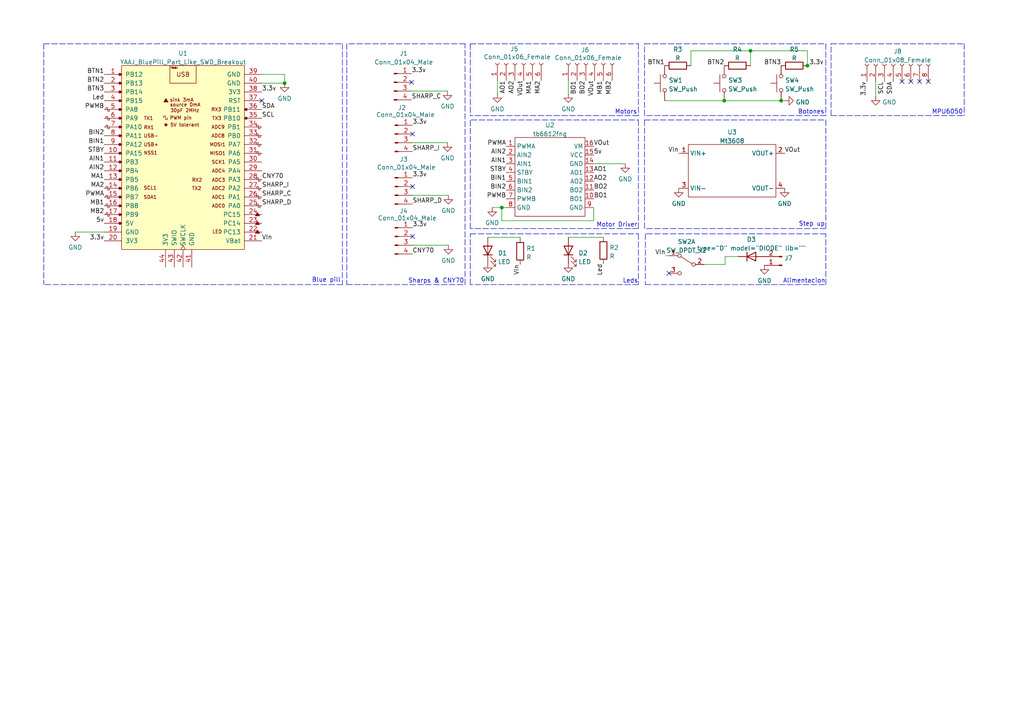
<source format=kicad_sch>
(kicad_sch (version 20211123) (generator eeschema)
  (paper "A4")
  (lib_symbols
    (symbol "Connector:Conn_01x02_Male" (pin_names (offset 1.016) hide)
      (property "Reference" "J" (at 0 2.54 0))
      (property "Value" "Conn_01x02_Male" (at 0 -5.08 0))
      (symbol "Conn_01x02_Male_1_1"
        (polyline (pts (xy 1.27 -2.54) (xy 0.8636 -2.54)) (stroke (width 0.1524)))
        (polyline (pts (xy 1.27 0) (xy 0.8636 0)) (stroke (width 0.1524)))
        (rectangle (start 0.8636 -2.413) (end 0 -2.667) (stroke (width 0.1524)) (fill (type outline)))
        (rectangle (start 0.8636 0.127) (end 0 -0.127) (stroke (width 0.1524)) (fill (type outline)))
        (pin passive line (at 5.08 0 180) (length 3.81) (name "Pin_1") (number "1"))
        (pin passive line (at 5.08 -2.54 180) (length 3.81) (name "Pin_2") (number "2"))
      )
    )
    (symbol "Connector:Conn_01x04_Male" (pin_names (offset 1.016) hide)
      (property "Reference" "J" (at 0 5.08 0))
      (property "Value" "Conn_01x04_Male" (at 0 -7.62 0))
      (symbol "Conn_01x04_Male_1_1"
        (polyline (pts (xy 1.27 -5.08) (xy 0.8636 -5.08)) (stroke (width 0.1524)))
        (polyline (pts (xy 1.27 -2.54) (xy 0.8636 -2.54)) (stroke (width 0.1524)))
        (polyline (pts (xy 1.27 0) (xy 0.8636 0)) (stroke (width 0.1524)))
        (polyline (pts (xy 1.27 2.54) (xy 0.8636 2.54)) (stroke (width 0.1524)))
        (rectangle (start 0.8636 -4.953) (end 0 -5.207) (stroke (width 0.1524)) (fill (type outline)))
        (rectangle (start 0.8636 -2.413) (end 0 -2.667) (stroke (width 0.1524)) (fill (type outline)))
        (rectangle (start 0.8636 0.127) (end 0 -0.127) (stroke (width 0.1524)) (fill (type outline)))
        (rectangle (start 0.8636 2.667) (end 0 2.413) (stroke (width 0.1524)) (fill (type outline)))
        (pin passive line (at 5.08 2.54 180) (length 3.81) (name "Pin_1") (number "1"))
        (pin passive line (at 5.08 0 180) (length 3.81) (name "Pin_2") (number "2"))
        (pin passive line (at 5.08 -2.54 180) (length 3.81) (name "Pin_3") (number "3"))
        (pin passive line (at 5.08 -5.08 180) (length 3.81) (name "Pin_4") (number "4"))
      )
    )
    (symbol "Connector:Conn_01x06_Female" (pin_names (offset 1.016) hide)
      (property "Reference" "J" (at 0 7.62 0))
      (property "Value" "Conn_01x06_Female" (at 0 -10.16 0))
      (symbol "Conn_01x06_Female_1_1"
        (arc (start 0 -7.112) (mid -0.508 -7.62) (end 0 -8.128) (stroke (width 0.1524)))
        (arc (start 0 -4.572) (mid -0.508 -5.08) (end 0 -5.588) (stroke (width 0.1524)))
        (arc (start 0 -2.032) (mid -0.508 -2.54) (end 0 -3.048) (stroke (width 0.1524)))
        (polyline (pts (xy -1.27 -7.62) (xy -0.508 -7.62)) (stroke (width 0.1524)))
        (polyline (pts (xy -1.27 -5.08) (xy -0.508 -5.08)) (stroke (width 0.1524)))
        (polyline (pts (xy -1.27 -2.54) (xy -0.508 -2.54)) (stroke (width 0.1524)))
        (polyline (pts (xy -1.27 0) (xy -0.508 0)) (stroke (width 0.1524)))
        (polyline (pts (xy -1.27 2.54) (xy -0.508 2.54)) (stroke (width 0.1524)))
        (polyline (pts (xy -1.27 5.08) (xy -0.508 5.08)) (stroke (width 0.1524)))
        (arc (start 0 0.508) (mid -0.508 0) (end 0 -0.508) (stroke (width 0.1524)))
        (arc (start 0 3.048) (mid -0.508 2.54) (end 0 2.032) (stroke (width 0.1524)))
        (arc (start 0 5.588) (mid -0.508 5.08) (end 0 4.572) (stroke (width 0.1524)))
        (pin passive line (at -5.08 5.08 0) (length 3.81) (name "Pin_1") (number "1"))
        (pin passive line (at -5.08 2.54 0) (length 3.81) (name "Pin_2") (number "2"))
        (pin passive line (at -5.08 0 0) (length 3.81) (name "Pin_3") (number "3"))
        (pin passive line (at -5.08 -2.54 0) (length 3.81) (name "Pin_4") (number "4"))
        (pin passive line (at -5.08 -5.08 0) (length 3.81) (name "Pin_5") (number "5"))
        (pin passive line (at -5.08 -7.62 0) (length 3.81) (name "Pin_6") (number "6"))
      )
    )
    (symbol "Connector:Conn_01x08_Female" (pin_names (offset 1.016) hide)
      (property "Reference" "J" (at 0 10.16 0))
      (property "Value" "Conn_01x08_Female" (at 0 -12.7 0))
      (symbol "Conn_01x08_Female_1_1"
        (arc (start 0 -9.652) (mid -0.508 -10.16) (end 0 -10.668) (stroke (width 0.1524)))
        (arc (start 0 -7.112) (mid -0.508 -7.62) (end 0 -8.128) (stroke (width 0.1524)))
        (arc (start 0 -4.572) (mid -0.508 -5.08) (end 0 -5.588) (stroke (width 0.1524)))
        (arc (start 0 -2.032) (mid -0.508 -2.54) (end 0 -3.048) (stroke (width 0.1524)))
        (polyline (pts (xy -1.27 -10.16) (xy -0.508 -10.16)) (stroke (width 0.1524)))
        (polyline (pts (xy -1.27 -7.62) (xy -0.508 -7.62)) (stroke (width 0.1524)))
        (polyline (pts (xy -1.27 -5.08) (xy -0.508 -5.08)) (stroke (width 0.1524)))
        (polyline (pts (xy -1.27 -2.54) (xy -0.508 -2.54)) (stroke (width 0.1524)))
        (polyline (pts (xy -1.27 0) (xy -0.508 0)) (stroke (width 0.1524)))
        (polyline (pts (xy -1.27 2.54) (xy -0.508 2.54)) (stroke (width 0.1524)))
        (polyline (pts (xy -1.27 5.08) (xy -0.508 5.08)) (stroke (width 0.1524)))
        (polyline (pts (xy -1.27 7.62) (xy -0.508 7.62)) (stroke (width 0.1524)))
        (arc (start 0 0.508) (mid -0.508 0) (end 0 -0.508) (stroke (width 0.1524)))
        (arc (start 0 3.048) (mid -0.508 2.54) (end 0 2.032) (stroke (width 0.1524)))
        (arc (start 0 5.588) (mid -0.508 5.08) (end 0 4.572) (stroke (width 0.1524)))
        (arc (start 0 8.128) (mid -0.508 7.62) (end 0 7.112) (stroke (width 0.1524)))
        (pin passive line (at -5.08 7.62 0) (length 3.81) (name "Pin_1") (number "1"))
        (pin passive line (at -5.08 5.08 0) (length 3.81) (name "Pin_2") (number "2"))
        (pin passive line (at -5.08 2.54 0) (length 3.81) (name "Pin_3") (number "3"))
        (pin passive line (at -5.08 0 0) (length 3.81) (name "Pin_4") (number "4"))
        (pin passive line (at -5.08 -2.54 0) (length 3.81) (name "Pin_5") (number "5"))
        (pin passive line (at -5.08 -5.08 0) (length 3.81) (name "Pin_6") (number "6"))
        (pin passive line (at -5.08 -7.62 0) (length 3.81) (name "Pin_7") (number "7"))
        (pin passive line (at -5.08 -10.16 0) (length 3.81) (name "Pin_8") (number "8"))
      )
    )
    (symbol "Device:LED" (pin_numbers hide) (pin_names (offset 1.016) hide)
      (property "Reference" "D" (at 0 2.54 0))
      (property "Value" "LED" (at 0 -2.54 0))
      (symbol "LED_0_1"
        (polyline (pts (xy -1.27 -1.27) (xy -1.27 1.27)) (stroke (width 0.254)))
        (polyline (pts (xy -1.27 0) (xy 1.27 0)))
        (polyline (pts (xy 1.27 -1.27) (xy 1.27 1.27) (xy -1.27 0) (xy 1.27 -1.27)) (stroke (width 0.254)))
        (polyline (pts (xy -3.048 -0.762) (xy -4.572 -2.286) (xy -3.81 -2.286) (xy -4.572 -2.286) (xy -4.572 -1.524)))
        (polyline (pts (xy -1.778 -0.762) (xy -3.302 -2.286) (xy -2.54 -2.286) (xy -3.302 -2.286) (xy -3.302 -1.524)))
      )
      (symbol "LED_1_1"
        (pin passive line (at -3.81 0 0) (length 2.54) (name "K") (number "1"))
        (pin passive line (at 3.81 0 180) (length 2.54) (name "A") (number "2"))
      )
    )
    (symbol "Device:R" (pin_numbers hide) (pin_names (offset 0))
      (property "Reference" "R" (at 2.032 0 90))
      (property "Value" "R" (at 0 0 90))
      (symbol "R_0_1"
        (rectangle (start -1.016 -2.54) (end 1.016 2.54) (stroke (width 0.254)))
      )
      (symbol "R_1_1"
        (pin passive line (at 0 3.81 270) (length 1.27) (name "~") (number "1"))
        (pin passive line (at 0 -3.81 90) (length 1.27) (name "~") (number "2"))
      )
    )
    (symbol "Simulation_SPICE:DIODE" (pin_numbers hide) (pin_names (offset 1.016) hide)
      (property "Reference" "D" (at 0 2.54 0))
      (property "Value" "DIODE" (at 0 -2.54 0))
      (symbol "DIODE_0_1"
        (polyline (pts (xy 1.27 0) (xy -1.27 0)))
        (polyline (pts (xy 1.27 1.27) (xy 1.27 -1.27)) (stroke (width 0.254)))
        (polyline (pts (xy -1.27 -1.27) (xy -1.27 1.27) (xy 1.27 0) (xy -1.27 -1.27)) (stroke (width 0.254)))
      )
      (symbol "DIODE_1_1"
        (pin passive line (at -3.81 0 0) (length 2.54) (name "A") (number "1"))
        (pin passive line (at 3.81 0 180) (length 2.54) (name "K") (number "2"))
      )
    )
    (symbol "Switch:SW_DPDT_x2" (pin_names (offset 0) hide)
      (property "Reference" "SW" (at 0 4.318 0))
      (property "Value" "SW_DPDT_x2" (at 0 -5.08 0))
      (symbol "SW_DPDT_x2_0_0"
        (circle (center -2.032 0) (radius 0.508))
        (circle (center 2.032 -2.54) (radius 0.508))
      )
      (symbol "SW_DPDT_x2_0_1"
        (polyline (pts (xy -1.524 0.254) (xy 1.651 2.286)))
        (circle (center 2.032 2.54) (radius 0.508))
      )
      (symbol "SW_DPDT_x2_1_1"
        (pin passive line (at 5.08 2.54 180) (length 2.54) (name "A") (number "1"))
        (pin passive line (at -5.08 0 0) (length 2.54) (name "B") (number "2"))
        (pin passive line (at 5.08 -2.54 180) (length 2.54) (name "C") (number "3"))
      )
      (symbol "SW_DPDT_x2_2_1"
        (pin passive line (at 5.08 2.54 180) (length 2.54) (name "A") (number "4"))
        (pin passive line (at -5.08 0 0) (length 2.54) (name "B") (number "5"))
        (pin passive line (at 5.08 -2.54 180) (length 2.54) (name "C") (number "6"))
      )
    )
    (symbol "Switch:SW_Push" (pin_numbers hide) (pin_names (offset 1.016) hide)
      (property "Reference" "SW" (at 1.27 2.54 0))
      (property "Value" "SW_Push" (at 0 -1.524 0))
      (symbol "SW_Push_0_1"
        (circle (center -2.032 0) (radius 0.508))
        (polyline (pts (xy 0 1.27) (xy 0 3.048)))
        (polyline (pts (xy 2.54 1.27) (xy -2.54 1.27)))
        (circle (center 2.032 0) (radius 0.508))
        (pin passive line (at -5.08 0 0) (length 2.54) (name "1") (number "1"))
        (pin passive line (at 5.08 0 180) (length 2.54) (name "2") (number "2"))
      )
    )
    (symbol "YAAJ_BluePill_Part_Like_SWD_Breakout:YAAJ_BluePill_Part_Like_SWD_Breakout" (pin_names (offset 1.016))
      (property "Reference" "U" (at -15.24 27.94 0))
      (property "Value" "YAAJ_BluePill_Part_Like_SWD_Breakout" (at 20.32 27.94 0))
      (symbol "YAAJ_BluePill_Part_Like_SWD_Breakout_0_0"
        (circle (center -18.288 -20.32) (radius 0.3556) (fill (type outline)))
        (circle (center -18.288 -17.78) (radius 0.3556) (fill (type outline)))
        (circle (center -18.288 -15.24) (radius 0.3556) (fill (type outline)))
        (circle (center -18.288 -12.7) (radius 0.3556) (fill (type outline)))
        (circle (center -18.288 -10.16) (radius 0.3556) (fill (type outline)))
        (circle (center -18.288 -7.62) (radius 0.3556) (fill (type outline)))
        (circle (center -18.288 -5.08) (radius 0.3556) (fill (type outline)))
        (circle (center -18.288 -2.54) (radius 0.3556) (fill (type outline)))
        (circle (center -18.288 0) (radius 0.3556) (fill (type outline)))
        (circle (center -18.288 2.54) (radius 0.3556) (fill (type outline)))
        (circle (center -18.288 5.08) (radius 0.3556) (fill (type outline)))
        (circle (center -18.288 7.62) (radius 0.3556) (fill (type outline)))
        (circle (center -18.288 10.16) (radius 0.3556) (fill (type outline)))
        (circle (center -18.288 12.7) (radius 0.3556) (fill (type outline)))
        (circle (center -18.288 15.24) (radius 0.3556) (fill (type outline)))
        (circle (center -18.288 17.78) (radius 0.3556) (fill (type outline)))
        (circle (center -18.288 22.86) (radius 0.3556) (fill (type outline)))
        (circle (center -4.953 8.255) (radius 0.127) (fill (type outline)))
        (circle (center -4.953 8.255) (radius 0.254))
        (circle (center -4.953 8.255) (radius 0.3556))
        (polyline (pts (xy -5.588 14.859) (xy -4.953 15.875) (xy -4.318 14.859) (xy -5.588 14.859) (xy -4.953 15.748) (xy -4.445 14.859) (xy -5.461 14.986) (xy -4.953 15.621) (xy -4.572 14.859) (xy -5.334 15.113) (xy -4.826 15.494) (xy -4.699 14.859) (xy -5.207 15.24) (xy -4.699 15.367) (xy -4.826 14.986) (xy -5.08 15.24) (xy -4.826 15.113) (xy -4.953 15.367)))
        (polyline (pts (xy 20.955 -23.241) (xy 21.59 -22.225) (xy 22.225 -23.241) (xy 20.955 -23.241) (xy 21.59 -22.352) (xy 22.098 -23.241) (xy 21.082 -23.114) (xy 21.59 -22.479) (xy 21.971 -23.241) (xy 21.209 -22.987) (xy 21.717 -22.606) (xy 21.844 -23.241) (xy 21.336 -22.86) (xy 21.844 -22.733) (xy 21.717 -23.114) (xy 21.463 -22.86) (xy 21.717 -22.987) (xy 21.59 -22.733)))
        (polyline (pts (xy 20.955 -20.701) (xy 21.59 -19.685) (xy 22.225 -20.701) (xy 20.955 -20.701) (xy 21.59 -19.812) (xy 22.098 -20.701) (xy 21.082 -20.574) (xy 21.59 -19.939) (xy 21.971 -20.701) (xy 21.209 -20.447) (xy 21.717 -20.066) (xy 21.844 -20.701) (xy 21.336 -20.32) (xy 21.844 -20.193) (xy 21.717 -20.574) (xy 21.463 -20.32) (xy 21.717 -20.447) (xy 21.59 -20.193)))
        (polyline (pts (xy 20.955 -18.161) (xy 21.59 -17.145) (xy 22.225 -18.161) (xy 20.955 -18.161) (xy 21.59 -17.272) (xy 22.098 -18.161) (xy 21.082 -18.034) (xy 21.59 -17.399) (xy 21.971 -18.161) (xy 21.209 -17.907) (xy 21.717 -17.526) (xy 21.844 -18.161) (xy 21.336 -17.78) (xy 21.844 -17.653) (xy 21.717 -18.034) (xy 21.463 -17.78) (xy 21.717 -17.907) (xy 21.59 -17.653)))
        (circle (center 18.288 10.16) (radius 0.254) (fill (type outline)))
        (circle (center 18.288 10.16) (radius 0.3556))
        (circle (center 18.288 12.7) (radius 0.254) (fill (type outline)))
        (circle (center 18.288 12.7) (radius 0.3556))
        (text "30pF 2MHz" (at 0.508 12.446 0) (effects (font (size 0.9906 0.9906))))
        (text "5V tolerant" (at 0.508 8.255 0) (effects (font (size 0.9906 0.9906))))
        (text "ADC0" (at 10.287 -15.24 0) (effects (font (size 0.9906 0.9906))))
        (text "ADC1" (at 10.287 -12.7 0) (effects (font (size 0.9906 0.9906))))
        (text "ADC2" (at 10.287 -10.16 0) (effects (font (size 0.9906 0.9906))))
        (text "ADC3" (at 10.287 -7.747 0) (effects (font (size 0.9906 0.9906))))
        (text "ADC4" (at 10.287 -5.08 0) (effects (font (size 0.9906 0.9906))))
        (text "ADC8" (at 10.16 5.08 0) (effects (font (size 0.9906 0.9906))))
        (text "ADC9" (at 10.16 7.62 0) (effects (font (size 0.9906 0.9906))))
        (text "LED" (at 9.906 -22.733 0) (effects (font (size 0.9906 0.9906))))
        (text "MISO1" (at 10.033 0 0) (effects (font (size 0.9906 0.9906))))
        (text "MOSI1" (at 10.033 2.54 0) (effects (font (size 0.9906 0.9906))))
        (text "NSS1" (at -9.398 0.127 0) (effects (font (size 0.9906 0.9906))))
        (text "PWM pin" (at -0.635 10.287 0) (effects (font (size 0.9906 0.9906))))
        (text "RX1" (at -9.906 7.493 0) (effects (font (size 0.9906 0.9906))))
        (text "RX2" (at 4.064 -7.747 0) (effects (font (size 0.9906 0.9906))))
        (text "RX3" (at 9.652 12.7 0) (effects (font (size 0.9906 0.9906))))
        (text "SCK1" (at 10.287 -2.54 0) (effects (font (size 0.9906 0.9906))))
        (text "SCL1" (at -9.525 -10.033 0) (effects (font (size 0.9906 0.9906))))
        (text "SDA1" (at -9.525 -12.7 0) (effects (font (size 0.9906 0.9906))))
        (text "sink 3mA" (at -0.381 15.494 0) (effects (font (size 0.9906 0.9906))))
        (text "source 0mA" (at 0.635 14.097 0) (effects (font (size 0.9906 0.9906))))
        (text "TX1" (at -10.033 10.16 0) (effects (font (size 0.9906 0.9906))))
        (text "TX2" (at 3.937 -10.16 0) (effects (font (size 0.9906 0.9906))))
        (text "TX3" (at 9.779 10.16 0) (effects (font (size 0.9906 0.9906))))
        (text "USB" (at 0 22.86 0) (effects (font (size 1.27 1.27))))
        (text "USB+" (at -9.271 2.54 0) (effects (font (size 0.9906 0.9906))))
        (text "USB-" (at -9.271 5.08 0) (effects (font (size 0.9906 0.9906))))
        (text "Y@@J" (at -2.5654 24.8412 0) (effects (font (size 0.508 0.508))))
      )
      (symbol "YAAJ_BluePill_Part_Like_SWD_Breakout_0_1"
        (rectangle (start -17.78 25.4) (end 17.78 -27.94) (fill (type background)))
        (polyline (pts (xy -21.336 -17.78) (xy -21.336 -18.288) (xy -21.844 -18.288) (xy -21.844 -17.272) (xy -22.352 -17.272) (xy -22.352 -17.78)))
        (polyline (pts (xy -21.336 -15.24) (xy -21.336 -15.748) (xy -21.844 -15.748) (xy -21.844 -14.732) (xy -22.352 -14.732) (xy -22.352 -15.24)))
        (polyline (pts (xy -21.336 -12.7) (xy -21.336 -13.208) (xy -21.844 -13.208) (xy -21.844 -12.192) (xy -22.352 -12.192) (xy -22.352 -12.7)))
        (polyline (pts (xy -21.336 -10.16) (xy -21.336 -10.668) (xy -21.844 -10.668) (xy -21.844 -9.652) (xy -22.352 -9.652) (xy -22.352 -10.16)))
        (polyline (pts (xy -21.336 7.62) (xy -21.336 7.112) (xy -21.844 7.112) (xy -21.844 8.128) (xy -22.352 8.128) (xy -22.352 7.62)))
        (polyline (pts (xy -21.336 10.16) (xy -21.336 9.652) (xy -21.844 9.652) (xy -21.844 10.668) (xy -22.352 10.668) (xy -22.352 10.16)))
        (polyline (pts (xy -21.336 12.7) (xy -21.336 12.192) (xy -21.844 12.192) (xy -21.844 13.208) (xy -22.352 13.208) (xy -22.352 12.7)))
        (polyline (pts (xy -4.572 10.287) (xy -4.572 9.779) (xy -5.08 9.779) (xy -5.08 10.795) (xy -5.588 10.795) (xy -5.588 10.287)))
        (polyline (pts (xy 22.352 -15.24) (xy 22.352 -15.748) (xy 21.844 -15.748) (xy 21.844 -14.732) (xy 21.336 -14.732) (xy 21.336 -15.24)))
        (polyline (pts (xy 22.352 -12.7) (xy 22.352 -13.208) (xy 21.844 -13.208) (xy 21.844 -12.192) (xy 21.336 -12.192) (xy 21.336 -12.7)))
        (polyline (pts (xy 22.352 -10.16) (xy 22.352 -10.668) (xy 21.844 -10.668) (xy 21.844 -9.652) (xy 21.336 -9.652) (xy 21.336 -10.16)))
        (polyline (pts (xy 22.352 -7.62) (xy 22.352 -8.128) (xy 21.844 -8.128) (xy 21.844 -7.112) (xy 21.336 -7.112) (xy 21.336 -7.62)))
        (polyline (pts (xy 22.352 0) (xy 22.352 -0.508) (xy 21.844 -0.508) (xy 21.844 0.508) (xy 21.336 0.508) (xy 21.336 0)))
        (polyline (pts (xy 22.352 2.54) (xy 22.352 2.032) (xy 21.844 2.032) (xy 21.844 3.048) (xy 21.336 3.048) (xy 21.336 2.54)))
        (polyline (pts (xy 22.352 5.08) (xy 22.352 4.572) (xy 21.844 4.572) (xy 21.844 5.588) (xy 21.336 5.588) (xy 21.336 5.08)))
        (polyline (pts (xy 22.352 7.62) (xy 22.352 7.112) (xy 21.844 7.112) (xy 21.844 8.128) (xy 21.336 8.128) (xy 21.336 7.62)))
        (rectangle (start 3.81 25.4) (end -3.81 20.32))
      )
      (symbol "YAAJ_BluePill_Part_Like_SWD_Breakout_1_1"
        (circle (center -18.288 20.32) (radius 0.3556) (fill (type outline)))
        (pin bidirectional line (at -22.86 22.86 0) (length 5.08) (name "PB12") (number "1"))
        (pin bidirectional line (at -22.86 0 0) (length 5.08) (name "PA15") (number "10"))
        (pin bidirectional line (at -22.86 -2.54 0) (length 5.08) (name "PB3") (number "11"))
        (pin bidirectional line (at -22.86 -5.08 0) (length 5.08) (name "PB4") (number "12"))
        (pin bidirectional line (at -22.86 -7.62 0) (length 5.08) (name "PB5") (number "13"))
        (pin bidirectional line (at -22.86 -10.16 0) (length 5.08) (name "PB6") (number "14"))
        (pin bidirectional line (at -22.86 -12.7 0) (length 5.08) (name "PB7") (number "15"))
        (pin bidirectional line (at -22.86 -15.24 0) (length 5.08) (name "PB8") (number "16"))
        (pin bidirectional line (at -22.86 -17.78 0) (length 5.08) (name "PB9") (number "17"))
        (pin power_in line (at -22.86 -20.32 0) (length 5.08) (name "5V") (number "18"))
        (pin power_in line (at -22.86 -22.86 0) (length 5.08) (name "GND") (number "19"))
        (pin bidirectional line (at -22.86 20.32 0) (length 5.08) (name "PB13") (number "2"))
        (pin power_in line (at -22.86 -25.4 0) (length 5.08) (name "3V3") (number "20"))
        (pin power_in line (at 22.86 -25.4 180) (length 5.08) (name "VBat") (number "21"))
        (pin bidirectional line (at 22.86 -22.86 180) (length 5.08) (name "PC13") (number "22"))
        (pin bidirectional line (at 22.86 -20.32 180) (length 5.08) (name "PC14") (number "23"))
        (pin bidirectional line (at 22.86 -17.78 180) (length 5.08) (name "PC15") (number "24"))
        (pin bidirectional line (at 22.86 -15.24 180) (length 5.08) (name "PA0") (number "25"))
        (pin bidirectional line (at 22.86 -12.7 180) (length 5.08) (name "PA1") (number "26"))
        (pin bidirectional line (at 22.86 -10.16 180) (length 5.08) (name "PA2") (number "27"))
        (pin bidirectional line (at 22.86 -7.62 180) (length 5.08) (name "PA3") (number "28"))
        (pin bidirectional line (at 22.86 -5.08 180) (length 5.08) (name "PA4") (number "29"))
        (pin bidirectional line (at -22.86 17.78 0) (length 5.08) (name "PB14") (number "3"))
        (pin bidirectional line (at 22.86 -2.54 180) (length 5.08) (name "PA5") (number "30"))
        (pin bidirectional line (at 22.86 0 180) (length 5.08) (name "PA6") (number "31"))
        (pin bidirectional line (at 22.86 2.54 180) (length 5.08) (name "PA7") (number "32"))
        (pin bidirectional line (at 22.86 5.08 180) (length 5.08) (name "PB0") (number "33"))
        (pin bidirectional line (at 22.86 7.62 180) (length 5.08) (name "PB1") (number "34"))
        (pin bidirectional line (at 22.86 10.16 180) (length 5.08) (name "PB10") (number "35"))
        (pin bidirectional line (at 22.86 12.7 180) (length 5.08) (name "PB11") (number "36"))
        (pin input line (at 22.86 15.24 180) (length 5.08) (name "RST") (number "37"))
        (pin power_in line (at 22.86 17.78 180) (length 5.08) (name "3V3") (number "38"))
        (pin power_in line (at 22.86 22.86 180) (length 5.08) (name "GND") (number "39"))
        (pin bidirectional line (at -22.86 15.24 0) (length 5.08) (name "PB15") (number "4"))
        (pin power_in line (at 22.86 20.32 180) (length 5.08) (name "GND") (number "40"))
        (pin power_in line (at 2.54 -33.02 90) (length 5.08) (name "GND") (number "41"))
        (pin bidirectional clock (at 0 -33.02 90) (length 5.08) (name "SWCLK") (number "42"))
        (pin bidirectional line (at -2.54 -33.02 90) (length 5.08) (name "SWIO") (number "43"))
        (pin power_in line (at -5.08 -33.02 90) (length 5.08) (name "3V3") (number "44"))
        (pin bidirectional line (at -22.86 12.7 0) (length 5.08) (name "PA8") (number "5"))
        (pin bidirectional line (at -22.86 10.16 0) (length 5.08) (name "PA9") (number "6"))
        (pin bidirectional line (at -22.86 7.62 0) (length 5.08) (name "PA10") (number "7"))
        (pin bidirectional line (at -22.86 5.08 0) (length 5.08) (name "PA11") (number "8"))
        (pin bidirectional line (at -22.86 2.54 0) (length 5.08) (name "PA12") (number "9"))
      )
    )
    (symbol "power:GND" (power) (pin_names (offset 0))
      (property "Value" "GND" (at 0 -3.81 0))
      (symbol "GND_0_1"
        (polyline (pts (xy 0 0) (xy 0 -1.27) (xy 1.27 -1.27) (xy 0 -2.54) (xy -1.27 -1.27) (xy 0 -1.27)))
      )
      (symbol "GND_1_1"
        (pin power_in line (at 0 0 270) (length 0) hide (name "GND") (number "1"))
      )
    )
    (symbol "propios:Mt3608"
      (property "Reference" "U" (at 0 0 0))
      (property "Value" "Mt3608" (at 0 0 0))
      (symbol "Mt3608_0_1"
        (rectangle (start -12.7 -2.54) (end 12.7 -17.78))
      )
      (symbol "Mt3608_1_1"
        (pin input line (at -15.24 -5.08 0) (length 2.54) (name "VIN+") (number "1"))
        (pin input line (at 15.24 -5.08 180) (length 2.54) (name "VOUT+") (number "2"))
        (pin input line (at -15.24 -15.24 0) (length 2.54) (name "VIN-") (number "3"))
        (pin input line (at 15.24 -15.24 180) (length 2.54) (name "VOUT-") (number "4"))
      )
    )
    (symbol "propios:tb6612fng"
      (property "Reference" "U" (at 0 0 0))
      (property "Value" "tb6612fng" (at 0 0 0))
      (symbol "tb6612fng_0_1"
        (rectangle (start -10.16 -2.54) (end 10.16 -25.4))
      )
      (symbol "tb6612fng_1_1"
        (pin input line (at -12.7 -5.08 0) (length 2.54) (name "PWMA") (number "1"))
        (pin input line (at 12.7 -20.32 180) (length 2.54) (name "BO1") (number "10"))
        (pin input line (at 12.7 -17.78 180) (length 2.54) (name "BO2") (number "11"))
        (pin input line (at 12.7 -15.24 180) (length 2.54) (name "AO2") (number "12"))
        (pin input line (at 12.7 -12.7 180) (length 2.54) (name "AO1") (number "13"))
        (pin input line (at 12.7 -10.16 180) (length 2.54) (name "GND") (number "14"))
        (pin input line (at 12.7 -7.62 180) (length 2.54) (name "VCC") (number "15"))
        (pin input line (at 12.7 -5.08 180) (length 2.54) (name "VM") (number "16"))
        (pin input line (at -12.7 -7.62 0) (length 2.54) (name "AIN2") (number "2"))
        (pin input line (at -12.7 -10.16 0) (length 2.54) (name "AIN1") (number "3"))
        (pin input line (at -12.7 -12.7 0) (length 2.54) (name "STBY") (number "4"))
        (pin input line (at -12.7 -15.24 0) (length 2.54) (name "BIN1") (number "5"))
        (pin input line (at -12.7 -17.78 0) (length 2.54) (name "BIN2") (number "6"))
        (pin input line (at -12.7 -20.32 0) (length 2.54) (name "PWMB") (number "7"))
        (pin input line (at -12.7 -22.86 0) (length 2.54) (name "GND") (number "8"))
        (pin input line (at 12.7 -22.86 180) (length 2.54) (name "GND") (number "9"))
      )
    )
  )
  (junction (at 210.058 29.21))
  (junction (at 217.678 14.732))
  (junction (at 226.568 29.21))
  (junction (at 82.55 24.13))
  (junction (at 234.188 19.05))
  (junction (at 145.542 60.198))
  (no_connect (at 75.946 29.21))
  (no_connect (at 194.056 79.248))
  (no_connect (at 261.62 23.622))
  (no_connect (at 264.16 23.622))
  (no_connect (at 266.7 23.622))
  (no_connect (at 269.24 23.622))
  (no_connect (at 119.38 23.876))
  (no_connect (at 119.634 68.58))
  (no_connect (at 119.634 38.862))
  (no_connect (at 119.634 54.102))
  (polyline (pts (xy 186.944 34.798) (xy 186.944 66.294)))
  (polyline (pts (xy 136.398 12.7) (xy 185.166 12.7)))
  (wire (pts (xy 192.786 29.21) (xy 210.058 29.21)))
  (polyline (pts (xy 12.7 12.7) (xy 12.7 82.55)))
  (wire (pts (xy 200.406 14.732) (xy 217.678 14.732)))
  (wire (pts (xy 30.226 67.31) (xy 21.844 67.31)))
  (polyline (pts (xy 239.522 34.798) (xy 239.522 66.294)))
  (polyline (pts (xy 134.874 82.55) (xy 134.874 12.7)))
  (wire (pts (xy 130.048 71.12) (xy 119.634 71.12)))
  (polyline (pts (xy 239.522 33.528) (xy 186.944 33.528)))
  (wire (pts (xy 82.55 21.59) (xy 82.55 24.13)))
  (polyline (pts (xy 136.652 34.798) (xy 185.166 34.798)))
  (polyline (pts (xy 185.166 66.294) (xy 136.398 66.294)))
  (polyline (pts (xy 279.654 12.7) (xy 279.654 33.528)))
  (polyline (pts (xy 185.166 82.55) (xy 136.398 82.55)))
  (wire (pts (xy 142.748 60.198) (xy 145.542 60.198)))
  (wire (pts (xy 254 27.94) (xy 254 23.622)))
  (polyline (pts (xy 136.398 12.7) (xy 136.398 33.528)))
  (polyline (pts (xy 241.046 33.528) (xy 241.046 12.7)))
  (wire (pts (xy 164.846 27.178) (xy 164.846 23.368)))
  (polyline (pts (xy 12.7 12.7) (xy 99.314 12.7)))
  (wire (pts (xy 210.312 76.708) (xy 204.216 76.708)))
  (wire (pts (xy 226.568 29.21) (xy 227.584 29.21)))
  (polyline (pts (xy 239.522 12.7) (xy 239.522 33.528)))
  (wire (pts (xy 196.85 54.61) (xy 197.104 54.61)))
  (wire (pts (xy 172.212 64.008) (xy 145.542 64.008)))
  (wire (pts (xy 210.312 74.422) (xy 210.312 76.708)))
  (polyline (pts (xy 99.314 82.55) (xy 12.7 82.55)))
  (wire (pts (xy 193.04 74.168) (xy 194.056 74.168)))
  (wire (pts (xy 145.542 60.198) (xy 146.812 60.198)))
  (polyline (pts (xy 187.198 82.55) (xy 239.522 82.55)))
  (polyline (pts (xy 187.198 67.818) (xy 187.198 82.55)))
  (wire (pts (xy 210.058 29.21) (xy 226.568 29.21)))
  (polyline (pts (xy 136.398 82.55) (xy 136.398 67.818)))
  (wire (pts (xy 234.188 14.732) (xy 234.188 19.05)))
  (wire (pts (xy 129.794 41.402) (xy 119.634 41.402)))
  (polyline (pts (xy 239.522 67.818) (xy 187.198 67.818)))
  (wire (pts (xy 196.85 44.45) (xy 197.104 44.45)))
  (wire (pts (xy 144.272 27.178) (xy 144.272 23.368)))
  (wire (pts (xy 172.212 60.198) (xy 172.212 64.008)))
  (polyline (pts (xy 100.584 12.7) (xy 100.584 82.55)))
  (polyline (pts (xy 136.398 67.818) (xy 185.166 67.818)))
  (polyline (pts (xy 241.046 33.528) (xy 279.654 33.528)))
  (wire (pts (xy 130.048 56.642) (xy 119.634 56.642)))
  (polyline (pts (xy 134.874 12.7) (xy 100.584 12.7)))
  (wire (pts (xy 217.678 14.732) (xy 234.188 14.732)))
  (wire (pts (xy 234.696 19.05) (xy 234.188 19.05)))
  (wire (pts (xy 200.406 19.05) (xy 200.406 14.732)))
  (polyline (pts (xy 185.166 67.818) (xy 185.166 82.55)))
  (polyline (pts (xy 239.522 82.55) (xy 239.522 67.818)))
  (polyline (pts (xy 186.944 12.7) (xy 239.522 12.7)))
  (wire (pts (xy 75.946 24.13) (xy 82.55 24.13)))
  (wire (pts (xy 150.876 68.834) (xy 150.876 69.088)))
  (polyline (pts (xy 239.522 66.294) (xy 186.944 66.294)))
  (polyline (pts (xy 187.198 67.818) (xy 187.198 67.818)))
  (wire (pts (xy 145.542 64.008) (xy 145.542 60.198)))
  (wire (pts (xy 217.678 19.05) (xy 217.678 14.732)))
  (polyline (pts (xy 100.584 82.55) (xy 134.874 82.55)))
  (polyline (pts (xy 185.166 33.528) (xy 136.398 33.528)))
  (wire (pts (xy 164.846 68.834) (xy 175.006 68.834)))
  (polyline (pts (xy 99.314 12.7) (xy 99.314 82.55)))
  (polyline (pts (xy 185.166 12.7) (xy 185.166 33.528)))
  (polyline (pts (xy 185.166 34.798) (xy 185.166 66.294)))
  (wire (pts (xy 129.794 26.416) (xy 119.38 26.416)))
  (polyline (pts (xy 136.398 66.294) (xy 136.398 34.798)))
  (wire (pts (xy 75.946 21.59) (xy 82.55 21.59)))
  (polyline (pts (xy 241.046 12.7) (xy 279.654 12.7)))
  (wire (pts (xy 214.122 74.422) (xy 210.312 74.422)))
  (polyline (pts (xy 186.944 34.798) (xy 239.522 34.798)))
  (wire (pts (xy 181.356 47.498) (xy 172.212 47.498)))
  (polyline (pts (xy 186.944 33.528) (xy 186.944 12.7)))
  (wire (pts (xy 141.478 68.834) (xy 150.876 68.834)))
  (text "Motor Driver\n" (at 172.974 66.04 0) (effects (font (size 1.27 1.27)) (justify left bottom)))
  (text "Step up\n" (at 231.648 65.786 0) (effects (font (size 1.27 1.27)) (justify left bottom)))
  (text "MPU6050\n" (at 270.256 33.274 0) (effects (font (size 1.27 1.27)) (justify left bottom)))
  (text "Blue pill\n" (at 90.424 82.042 0) (effects (font (size 1.27 1.27)) (justify left bottom)))
  (text "Alimentacion\n" (at 227.076 82.296 0) (effects (font (size 1.27 1.27)) (justify left bottom)))
  (text "Leds" (at 180.594 82.296 0) (effects (font (size 1.27 1.27)) (justify left bottom)))
  (text "Motors\n" (at 178.308 33.274 0) (effects (font (size 1.27 1.27)) (justify left bottom)))
  (text "Sharps & CNY70" (at 118.364 82.296 0) (effects (font (size 1.27 1.27)) (justify left bottom)))
  (text "Botones\n" (at 231.394 33.274 0) (effects (font (size 1.27 1.27)) (justify left bottom)))
  (label "SHARP_C" (at 119.38 28.956 0))
  (label "MA2" (at 156.972 23.368 270))
  (label "3.3v" (at 119.634 66.04 0))
  (label "BO2" (at 172.212 55.118 0))
  (label "VIn" (at 196.85 44.45 180))
  (label "VOut" (at 172.466 23.368 270))
  (label "VIn" (at 193.04 74.168 180))
  (label "BO2" (at 169.926 23.368 270))
  (label "MA2" (at 30.226 54.61 180))
  (label "3.3v" (at 119.634 36.322 0))
  (label "AO1" (at 172.212 50.038 0))
  (label "SDA" (at 259.08 23.622 270))
  (label "CNY70" (at 75.946 52.07 0))
  (label "MA1" (at 154.432 23.368 270))
  (label "SHARP_C" (at 75.946 57.15 0))
  (label "STBY" (at 30.226 44.45 180))
  (label "BO1" (at 172.212 57.658 0))
  (label "BIN2" (at 146.812 55.118 180))
  (label "MB1" (at 30.226 59.69 180))
  (label "SHARP_D" (at 119.634 59.182 0))
  (label "AO2" (at 172.212 52.578 0))
  (label "MB2" (at 177.546 23.368 270))
  (label "VIn" (at 75.946 69.85 0))
  (label "VIn" (at 150.876 76.708 270))
  (label "BO1" (at 167.386 23.368 270))
  (label "SHARP_D" (at 75.946 59.69 0))
  (label "SDA" (at 75.946 31.75 0))
  (label "BTN3" (at 226.568 19.05 180))
  (label "3.3v" (at 251.46 23.622 270))
  (label "3.3v" (at 119.38 21.336 0))
  (label "BTN3" (at 30.226 26.67 180))
  (label "5v" (at 172.212 44.958 0))
  (label "BIN2" (at 30.226 39.37 180))
  (label "MB2" (at 30.226 62.23 180))
  (label "AO2" (at 149.352 23.368 270))
  (label "AIN1" (at 30.226 46.99 180))
  (label "MB1" (at 175.006 23.368 270))
  (label "STBY" (at 146.812 50.038 180))
  (label "Led" (at 30.226 29.21 180))
  (label "VOut" (at 151.892 23.368 270))
  (label "AO1" (at 146.812 23.368 270))
  (label "SCL" (at 256.54 23.622 270))
  (label "VOut" (at 172.212 42.418 0))
  (label "PWMB" (at 30.226 31.75 180))
  (label "MA1" (at 30.226 52.07 180))
  (label "SHARP_I" (at 75.946 54.61 0))
  (label "3.3v" (at 75.946 26.67 0))
  (label "SCL" (at 75.946 34.29 0))
  (label "5v" (at 30.226 64.77 180))
  (label "BIN1" (at 146.812 52.578 180))
  (label "BTN1" (at 192.786 19.05 180))
  (label "AIN2" (at 146.812 44.958 180))
  (label "PWMA" (at 30.226 57.15 180))
  (label "BTN2" (at 210.058 19.05 180))
  (label "BTN2" (at 30.226 24.13 180))
  (label "Led" (at 175.006 76.454 270))
  (label "CNY70" (at 119.634 73.66 0))
  (label "3.3v" (at 30.226 69.85 180))
  (label "3.3v" (at 119.634 51.562 0))
  (label "SHARP_I" (at 119.634 43.942 0))
  (label "PWMB" (at 146.812 57.658 180))
  (label "BIN1" (at 30.226 41.91 180))
  (label "3.3v" (at 234.696 19.05 0))
  (label "BTN1" (at 30.226 21.59 180))
  (label "VOut" (at 227.584 44.45 0))
  (label "AIN2" (at 30.226 49.53 180))
  (label "AIN1" (at 146.812 47.498 180))
  (label "PWMA" (at 146.812 42.418 180))
  (symbol (lib_id "Connector:Conn_01x04_Male") (at 114.554 54.102 0) (unit 1)
    (property "Reference" "J3" (at 117.094 46.228 0))
    (property "Value" "Conn_01x04_Male" (at 117.856 48.514 0))
    (property "Footprint" "Connector_PinHeader_2.54mm:PinHeader_1x04_P2.54mm_Vertical" (effects hide))
  )
  (symbol (lib_id "power:GND") (at 82.55 24.13 0) (unit 1)
    (property "Reference" "#PWR0105" (effects hide))
    (property "Value" "GND" (at 82.55 28.5734 0))
  )
  (symbol (lib_id "power:GND") (at 144.272 27.178 0) (unit 1)
    (property "Reference" "#PWR0113" (effects hide))
    (property "Value" "GND" (at 144.272 31.6214 0))
  )
  (symbol (lib_id "power:GND") (at 141.478 76.454 0) (unit 1)
    (property "Reference" "#PWR0102" (effects hide))
    (property "Value" "GND" (at 141.478 80.8974 0))
  )
  (symbol (lib_id "power:GND") (at 227.584 54.61 0) (unit 1)
    (property "Reference" "#PWR0108" (effects hide))
    (property "Value" "GND" (at 227.584 59.0534 0))
  )
  (symbol (lib_id "power:GND") (at 142.748 60.198 0) (unit 1)
    (property "Reference" "#PWR0103" (effects hide))
    (property "Value" "GND" (at 142.748 64.6414 0))
  )
  (symbol (lib_id "Connector:Conn_01x06_Female") (at 149.352 18.288 90) (unit 1)
    (property "Reference" "J5" (at 150.368 14.224 90) (effects (justify left)))
    (property "Value" "Conn_01x06_Female" (at 159.766 16.51 90) (effects (justify left)))
    (property "Footprint" "Connector_PinSocket_2.54mm:PinSocket_1x06_P2.54mm_Vertical" (effects hide))
  )
  (symbol (lib_id "power:GND") (at 130.048 71.12 0) (unit 1)
    (property "Reference" "#PWR0117" (effects hide))
    (property "Value" "GND" (at 130.048 75.5634 0))
  )
  (symbol (lib_id "Device:LED") (at 141.478 72.644 90) (unit 1)
    (property "Reference" "D1" (at 144.399 73.3968 90) (effects (justify right)))
    (property "Value" "LED" (at 144.399 75.9337 90) (effects (justify right)))
    (property "Footprint" "LED_THT:LED_D3.0mm" (effects hide))
  )
  (symbol (lib_id "Device:LED") (at 164.846 72.644 90) (unit 1)
    (property "Reference" "D2" (at 167.767 73.3968 90) (effects (justify right)))
    (property "Value" "LED" (at 167.767 75.9337 90) (effects (justify right)))
    (property "Footprint" "LED_THT:LED_D3.0mm" (effects hide))
  )
  (symbol (lib_id "Device:R") (at 230.378 19.05 90) (unit 1)
    (property "Reference" "R5" (at 230.378 14.3342 90))
    (property "Value" "R" (at 230.378 16.8711 90))
    (property "Footprint" "Resistor_THT:R_Axial_DIN0207_L6.3mm_D2.5mm_P10.16mm_Horizontal" (effects hide))
  )
  (symbol (lib_id "power:GND") (at 129.794 26.416 0) (unit 1)
    (property "Reference" "#PWR0114" (effects hide))
    (property "Value" "GND" (at 129.794 30.8594 0))
  )
  (symbol (lib_id "Simulation_SPICE:DIODE") (at 217.932 74.422 180) (unit 1)
    (property "Reference" "D3" (at 217.932 69.4522 0))
    (property "Value" "DIODE" (at 217.932 71.9891 0))
    (property "Footprint" "Diode_THT:D_5W_P12.70mm_Horizontal" (effects hide))
    (property "Spice_Netlist_Enabled" "Y" (effects hide))
    (property "Spice_Primitive" "D" (effects hide))
  )
  (symbol (lib_id "Device:R") (at 175.006 72.644 0) (unit 1)
    (property "Reference" "R2" (at 176.784 71.8093 0) (effects (justify left)))
    (property "Value" "R" (at 176.784 74.3462 0) (effects (justify left)))
    (property "Footprint" "Resistor_THT:R_Axial_DIN0207_L6.3mm_D2.5mm_P10.16mm_Horizontal" (effects hide))
  )
  (symbol (lib_id "power:GND") (at 130.048 56.642 0) (unit 1)
    (property "Reference" "#PWR0116" (effects hide))
    (property "Value" "GND" (at 130.048 61.0854 0))
  )
  (symbol (lib_id "Switch:SW_Push") (at 226.568 24.13 90) (unit 1)
    (property "Reference" "SW4" (at 227.711 23.2953 90) (effects (justify right)))
    (property "Value" "SW_Push" (at 227.711 25.8322 90) (effects (justify right)))
    (property "Footprint" "Button_Switch_THT:SW_PUSH_6mm" (effects hide))
  )
  (symbol (lib_id "power:GND") (at 164.846 27.178 0) (unit 1)
    (property "Reference" "#PWR0111" (effects hide))
    (property "Value" "GND" (at 164.846 31.6214 0))
  )
  (symbol (lib_id "Device:R") (at 150.876 72.898 0) (unit 1)
    (property "Reference" "R1" (at 152.654 72.0633 0) (effects (justify left)))
    (property "Value" "R" (at 152.654 74.6002 0) (effects (justify left)))
    (property "Footprint" "Resistor_THT:R_Axial_DIN0207_L6.3mm_D2.5mm_P10.16mm_Horizontal" (effects hide))
  )
  (symbol (lib_id "power:GND") (at 164.846 76.454 0) (unit 1)
    (property "Reference" "#PWR0101" (effects hide))
    (property "Value" "GND" (at 164.846 80.8974 0))
  )
  (symbol (lib_id "Connector:Conn_01x04_Male") (at 114.3 23.876 0) (unit 1)
    (property "Reference" "J1" (at 117.094 15.494 0))
    (property "Value" "Conn_01x04_Male" (at 117.094 18.034 0))
    (property "Footprint" "Connector_PinHeader_2.54mm:PinHeader_1x04_P2.54mm_Vertical" (effects hide))
  )
  (symbol (lib_id "power:GND") (at 21.844 67.31 0) (unit 1)
    (property "Reference" "#PWR0104" (effects hide))
    (property "Value" "GND" (at 21.844 71.7534 0))
  )
  (symbol (lib_id "Device:R") (at 196.596 19.05 90) (unit 1)
    (property "Reference" "R3" (at 196.596 14.3342 90))
    (property "Value" "R" (at 196.596 16.8711 90))
    (property "Footprint" "Resistor_THT:R_Axial_DIN0207_L6.3mm_D2.5mm_P10.16mm_Horizontal" (effects hide))
  )
  (symbol (lib_id "Device:R") (at 213.868 19.05 270) (unit 1)
    (property "Reference" "R4" (at 213.868 14.3342 90))
    (property "Value" "R" (at 213.868 16.8711 90))
    (property "Footprint" "Resistor_THT:R_Axial_DIN0207_L6.3mm_D2.5mm_P10.16mm_Horizontal" (effects hide))
  )
  (symbol (lib_id "power:GND") (at 196.85 54.61 0) (unit 1)
    (property "Reference" "#PWR0107" (effects hide))
    (property "Value" "GND" (at 196.85 59.0534 0))
  )
  (symbol (lib_id "Connector:Conn_01x02_Male") (at 226.822 76.962 180) (unit 1)
    (property "Reference" "J7" (at 227.5332 74.8573 0) (effects (justify right)))
    (property "Value" "Conn_01x02_Male" (effects hide))
    (property "Footprint" "Connector_PinHeader_2.54mm:PinHeader_1x02_P2.54mm_Vertical" (effects hide))
  )
  (symbol (lib_id "power:GND") (at 221.742 76.962 0) (unit 1)
    (property "Reference" "#PWR0106" (effects hide))
    (property "Value" "GND" (at 221.742 81.4054 0))
  )
  (symbol (lib_id "Connector:Conn_01x08_Female") (at 259.08 18.542 90) (unit 1)
    (property "Reference" "J8" (at 260.35 14.893 90))
    (property "Value" "Conn_01x08_Female" (at 260.35 17.4299 90))
    (property "Footprint" "Connector_PinSocket_2.54mm:PinSocket_1x08_P2.54mm_Vertical" (effects hide))
  )
  (symbol (lib_id "propios:Mt3608") (at 212.344 39.37 0) (unit 1)
    (property "Reference" "U3" (at 212.344 38.3372 0))
    (property "Value" "Mt3608" (at 212.344 40.8741 0))
    (property "Footprint" "propios:MT3608" (effects hide))
  )
  (symbol (lib_id "power:GND") (at 181.356 47.498 0) (unit 1)
    (property "Reference" "#PWR0112" (effects hide))
    (property "Value" "GND" (at 181.356 51.9414 0))
  )
  (symbol (lib_id "power:GND") (at 227.584 29.21 90) (unit 1)
    (property "Reference" "#PWR0109" (effects hide))
    (property "Value" "GND" (at 230.759 29.6438 90) (effects (justify right)))
  )
  (symbol (lib_id "Switch:SW_Push") (at 210.058 24.13 90) (unit 1)
    (property "Reference" "SW3" (at 211.201 23.2953 90) (effects (justify right)))
    (property "Value" "SW_Push" (at 211.201 25.8322 90) (effects (justify right)))
    (property "Footprint" "Button_Switch_THT:SW_PUSH_6mm" (effects hide))
  )
  (symbol (lib_id "Switch:SW_DPDT_x2") (at 199.136 76.708 0) (mirror y) (unit 1)
    (property "Reference" "SW2" (at 199.136 70.0872 0))
    (property "Value" "SW_DPDT_x2" (at 199.136 72.6241 0))
    (property "Footprint" "Button_Switch_THT:SW_Slide_1P2T_CK_OS102011MS2Q" (effects hide))
  )
  (symbol (lib_id "Switch:SW_Push") (at 192.786 24.13 90) (unit 1)
    (property "Reference" "SW1" (at 193.929 23.2953 90) (effects (justify right)))
    (property "Value" "SW_Push" (at 193.929 25.8322 90) (effects (justify right)))
    (property "Footprint" "Button_Switch_THT:SW_PUSH_6mm" (effects hide))
  )
  (symbol (lib_id "power:GND") (at 254 27.94 0) (unit 1)
    (property "Reference" "#PWR0110" (effects hide))
    (property "Value" "GND" (at 255.905 29.6438 0) (effects (justify left)))
  )
  (symbol (lib_id "Connector:Conn_01x06_Female") (at 169.926 18.288 90) (unit 1)
    (property "Reference" "J6" (at 170.942 14.478 90) (effects (justify left)))
    (property "Value" "Conn_01x06_Female" (at 180.34 16.764 90) (effects (justify left)))
    (property "Footprint" "Connector_PinSocket_2.54mm:PinSocket_1x06_P2.54mm_Vertical" (effects hide))
  )
  (symbol (lib_id "propios:tb6612fng") (at 159.512 37.338 0) (unit 1)
    (property "Reference" "U2" (at 159.512 36.3052 0))
    (property "Value" "tb6612fng" (at 159.512 38.8421 0))
    (property "Footprint" "propios:tb6612fng" (effects hide))
  )
  (symbol (lib_id "Connector:Conn_01x04_Male") (at 114.554 68.58 0) (unit 1)
    (property "Reference" "J4" (at 117.094 61.214 0))
    (property "Value" "Conn_01x04_Male" (at 118.11 63.246 0))
    (property "Footprint" "Connector_PinHeader_2.54mm:PinHeader_1x04_P2.54mm_Vertical" (effects hide))
  )
  (symbol (lib_id "YAAJ_BluePill_Part_Like_SWD_Breakout:YAAJ_BluePill_Part_Like_SWD_Breakout") (at 53.086 44.45 0) (unit 1)
    (property "Reference" "U1" (at 53.086 15.4772 0))
    (property "Value" "YAAJ_BluePill_Part_Like_SWD_Breakout" (at 53.086 18.0141 0))
    (property "Footprint" "Footprints:YAAJ_BluePill_1" (effects hide))
  )
  (symbol (lib_id "power:GND") (at 129.794 41.402 0) (unit 1)
    (property "Reference" "#PWR0115" (effects hide))
    (property "Value" "GND" (at 129.794 45.8454 0))
  )
  (symbol (lib_id "Connector:Conn_01x04_Male") (at 114.554 38.862 0) (unit 1)
    (property "Reference" "J2" (at 116.586 31.242 0))
    (property "Value" "Conn_01x04_Male" (at 117.602 33.274 0))
    (property "Footprint" "Connector_PinHeader_2.54mm:PinHeader_1x04_P2.54mm_Vertical" (effects hide))
  )
)
</source>
